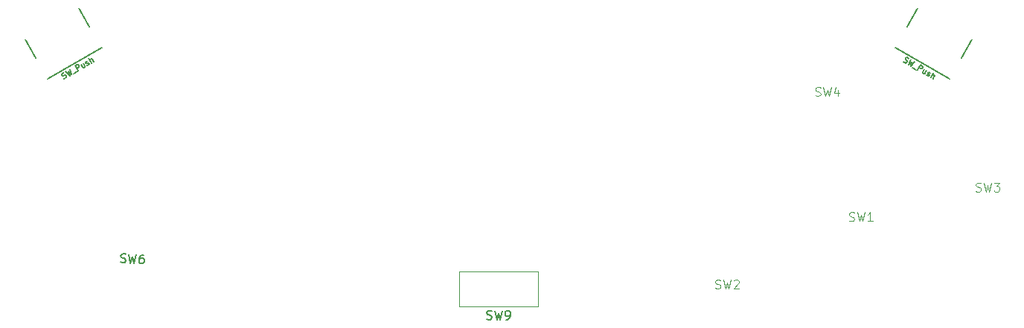
<source format=gbr>
%TF.GenerationSoftware,KiCad,Pcbnew,7.0.6*%
%TF.CreationDate,2023-11-08T16:21:37-08:00*%
%TF.ProjectId,UGC_Main,5547435f-4d61-4696-9e2e-6b696361645f,rev?*%
%TF.SameCoordinates,Original*%
%TF.FileFunction,Legend,Top*%
%TF.FilePolarity,Positive*%
%FSLAX46Y46*%
G04 Gerber Fmt 4.6, Leading zero omitted, Abs format (unit mm)*
G04 Created by KiCad (PCBNEW 7.0.6) date 2023-11-08 16:21:37*
%MOMM*%
%LPD*%
G01*
G04 APERTURE LIST*
%ADD10C,0.100000*%
%ADD11C,0.150000*%
%ADD12C,0.127000*%
%ADD13C,0.120000*%
G04 APERTURE END LIST*
D10*
X243251653Y-129759654D02*
X243394510Y-129807273D01*
X243394510Y-129807273D02*
X243632605Y-129807273D01*
X243632605Y-129807273D02*
X243727843Y-129759654D01*
X243727843Y-129759654D02*
X243775462Y-129712034D01*
X243775462Y-129712034D02*
X243823081Y-129616796D01*
X243823081Y-129616796D02*
X243823081Y-129521558D01*
X243823081Y-129521558D02*
X243775462Y-129426320D01*
X243775462Y-129426320D02*
X243727843Y-129378701D01*
X243727843Y-129378701D02*
X243632605Y-129331082D01*
X243632605Y-129331082D02*
X243442129Y-129283463D01*
X243442129Y-129283463D02*
X243346891Y-129235844D01*
X243346891Y-129235844D02*
X243299272Y-129188225D01*
X243299272Y-129188225D02*
X243251653Y-129092987D01*
X243251653Y-129092987D02*
X243251653Y-128997749D01*
X243251653Y-128997749D02*
X243299272Y-128902511D01*
X243299272Y-128902511D02*
X243346891Y-128854892D01*
X243346891Y-128854892D02*
X243442129Y-128807273D01*
X243442129Y-128807273D02*
X243680224Y-128807273D01*
X243680224Y-128807273D02*
X243823081Y-128854892D01*
X244156415Y-128807273D02*
X244394510Y-129807273D01*
X244394510Y-129807273D02*
X244584986Y-129092987D01*
X244584986Y-129092987D02*
X244775462Y-129807273D01*
X244775462Y-129807273D02*
X245013558Y-128807273D01*
X245346891Y-128902511D02*
X245394510Y-128854892D01*
X245394510Y-128854892D02*
X245489748Y-128807273D01*
X245489748Y-128807273D02*
X245727843Y-128807273D01*
X245727843Y-128807273D02*
X245823081Y-128854892D01*
X245823081Y-128854892D02*
X245870700Y-128902511D01*
X245870700Y-128902511D02*
X245918319Y-128997749D01*
X245918319Y-128997749D02*
X245918319Y-129092987D01*
X245918319Y-129092987D02*
X245870700Y-129235844D01*
X245870700Y-129235844D02*
X245299272Y-129807273D01*
X245299272Y-129807273D02*
X245918319Y-129807273D01*
X258470595Y-122072551D02*
X258613452Y-122120170D01*
X258613452Y-122120170D02*
X258851547Y-122120170D01*
X258851547Y-122120170D02*
X258946785Y-122072551D01*
X258946785Y-122072551D02*
X258994404Y-122024931D01*
X258994404Y-122024931D02*
X259042023Y-121929693D01*
X259042023Y-121929693D02*
X259042023Y-121834455D01*
X259042023Y-121834455D02*
X258994404Y-121739217D01*
X258994404Y-121739217D02*
X258946785Y-121691598D01*
X258946785Y-121691598D02*
X258851547Y-121643979D01*
X258851547Y-121643979D02*
X258661071Y-121596360D01*
X258661071Y-121596360D02*
X258565833Y-121548741D01*
X258565833Y-121548741D02*
X258518214Y-121501122D01*
X258518214Y-121501122D02*
X258470595Y-121405884D01*
X258470595Y-121405884D02*
X258470595Y-121310646D01*
X258470595Y-121310646D02*
X258518214Y-121215408D01*
X258518214Y-121215408D02*
X258565833Y-121167789D01*
X258565833Y-121167789D02*
X258661071Y-121120170D01*
X258661071Y-121120170D02*
X258899166Y-121120170D01*
X258899166Y-121120170D02*
X259042023Y-121167789D01*
X259375357Y-121120170D02*
X259613452Y-122120170D01*
X259613452Y-122120170D02*
X259803928Y-121405884D01*
X259803928Y-121405884D02*
X259994404Y-122120170D01*
X259994404Y-122120170D02*
X260232500Y-121120170D01*
X261137261Y-122120170D02*
X260565833Y-122120170D01*
X260851547Y-122120170D02*
X260851547Y-121120170D01*
X260851547Y-121120170D02*
X260756309Y-121263027D01*
X260756309Y-121263027D02*
X260661071Y-121358265D01*
X260661071Y-121358265D02*
X260565833Y-121405884D01*
X272892030Y-118716199D02*
X273034887Y-118763818D01*
X273034887Y-118763818D02*
X273272982Y-118763818D01*
X273272982Y-118763818D02*
X273368220Y-118716199D01*
X273368220Y-118716199D02*
X273415839Y-118668579D01*
X273415839Y-118668579D02*
X273463458Y-118573341D01*
X273463458Y-118573341D02*
X273463458Y-118478103D01*
X273463458Y-118478103D02*
X273415839Y-118382865D01*
X273415839Y-118382865D02*
X273368220Y-118335246D01*
X273368220Y-118335246D02*
X273272982Y-118287627D01*
X273272982Y-118287627D02*
X273082506Y-118240008D01*
X273082506Y-118240008D02*
X272987268Y-118192389D01*
X272987268Y-118192389D02*
X272939649Y-118144770D01*
X272939649Y-118144770D02*
X272892030Y-118049532D01*
X272892030Y-118049532D02*
X272892030Y-117954294D01*
X272892030Y-117954294D02*
X272939649Y-117859056D01*
X272939649Y-117859056D02*
X272987268Y-117811437D01*
X272987268Y-117811437D02*
X273082506Y-117763818D01*
X273082506Y-117763818D02*
X273320601Y-117763818D01*
X273320601Y-117763818D02*
X273463458Y-117811437D01*
X273796792Y-117763818D02*
X274034887Y-118763818D01*
X274034887Y-118763818D02*
X274225363Y-118049532D01*
X274225363Y-118049532D02*
X274415839Y-118763818D01*
X274415839Y-118763818D02*
X274653935Y-117763818D01*
X274939649Y-117763818D02*
X275558696Y-117763818D01*
X275558696Y-117763818D02*
X275225363Y-118144770D01*
X275225363Y-118144770D02*
X275368220Y-118144770D01*
X275368220Y-118144770D02*
X275463458Y-118192389D01*
X275463458Y-118192389D02*
X275511077Y-118240008D01*
X275511077Y-118240008D02*
X275558696Y-118335246D01*
X275558696Y-118335246D02*
X275558696Y-118573341D01*
X275558696Y-118573341D02*
X275511077Y-118668579D01*
X275511077Y-118668579D02*
X275463458Y-118716199D01*
X275463458Y-118716199D02*
X275368220Y-118763818D01*
X275368220Y-118763818D02*
X275082506Y-118763818D01*
X275082506Y-118763818D02*
X274987268Y-118716199D01*
X274987268Y-118716199D02*
X274939649Y-118668579D01*
D11*
X175577651Y-126784720D02*
X175717820Y-126839751D01*
X175717820Y-126839751D02*
X175955589Y-126852211D01*
X175955589Y-126852211D02*
X176053189Y-126809642D01*
X176053189Y-126809642D02*
X176103235Y-126764580D01*
X176103235Y-126764580D02*
X176155773Y-126671965D01*
X176155773Y-126671965D02*
X176160757Y-126576858D01*
X176160757Y-126576858D02*
X176118188Y-126479258D01*
X176118188Y-126479258D02*
X176073126Y-126429212D01*
X176073126Y-126429212D02*
X175980511Y-126376674D01*
X175980511Y-126376674D02*
X175792788Y-126319151D01*
X175792788Y-126319151D02*
X175700172Y-126266613D01*
X175700172Y-126266613D02*
X175655111Y-126216567D01*
X175655111Y-126216567D02*
X175612541Y-126118967D01*
X175612541Y-126118967D02*
X175617526Y-126023860D01*
X175617526Y-126023860D02*
X175670064Y-125931244D01*
X175670064Y-125931244D02*
X175720110Y-125886183D01*
X175720110Y-125886183D02*
X175817710Y-125843613D01*
X175817710Y-125843613D02*
X176055479Y-125856074D01*
X176055479Y-125856074D02*
X176195648Y-125911104D01*
X176531017Y-125880996D02*
X176716450Y-126892087D01*
X176716450Y-126892087D02*
X176944048Y-126188748D01*
X176944048Y-126188748D02*
X177096880Y-126912024D01*
X177096880Y-126912024D02*
X177386985Y-125925855D01*
X178195399Y-125968223D02*
X178005184Y-125958254D01*
X178005184Y-125958254D02*
X177907584Y-126000823D01*
X177907584Y-126000823D02*
X177857538Y-126045885D01*
X177857538Y-126045885D02*
X177754954Y-126183562D01*
X177754954Y-126183562D02*
X177697431Y-126371285D01*
X177697431Y-126371285D02*
X177677494Y-126751715D01*
X177677494Y-126751715D02*
X177720063Y-126849315D01*
X177720063Y-126849315D02*
X177765125Y-126899361D01*
X177765125Y-126899361D02*
X177857740Y-126951899D01*
X177857740Y-126951899D02*
X178047955Y-126961868D01*
X178047955Y-126961868D02*
X178145555Y-126919298D01*
X178145555Y-126919298D02*
X178195601Y-126874237D01*
X178195601Y-126874237D02*
X178248139Y-126781621D01*
X178248139Y-126781621D02*
X178260600Y-126543852D01*
X178260600Y-126543852D02*
X178218031Y-126446253D01*
X178218031Y-126446253D02*
X178172969Y-126396207D01*
X178172969Y-126396207D02*
X178080354Y-126343669D01*
X178080354Y-126343669D02*
X177890139Y-126333700D01*
X177890139Y-126333700D02*
X177792539Y-126376269D01*
X177792539Y-126376269D02*
X177742493Y-126421331D01*
X177742493Y-126421331D02*
X177689955Y-126513946D01*
X169129680Y-105896433D02*
X169224183Y-105877094D01*
X169224183Y-105877094D02*
X169356269Y-105800835D01*
X169356269Y-105800835D02*
X169393851Y-105743914D01*
X169393851Y-105743914D02*
X169405016Y-105702245D01*
X169405016Y-105702245D02*
X169400929Y-105634159D01*
X169400929Y-105634159D02*
X169370426Y-105581325D01*
X169370426Y-105581325D02*
X169313505Y-105543742D01*
X169313505Y-105543742D02*
X169271836Y-105532577D01*
X169271836Y-105532577D02*
X169203750Y-105536664D01*
X169203750Y-105536664D02*
X169082829Y-105571255D01*
X169082829Y-105571255D02*
X169014743Y-105575341D01*
X169014743Y-105575341D02*
X168973074Y-105564176D01*
X168973074Y-105564176D02*
X168916154Y-105526594D01*
X168916154Y-105526594D02*
X168885650Y-105473760D01*
X168885650Y-105473760D02*
X168881563Y-105405674D01*
X168881563Y-105405674D02*
X168892728Y-105364005D01*
X168892728Y-105364005D02*
X168930310Y-105307084D01*
X168930310Y-105307084D02*
X169062396Y-105230824D01*
X169062396Y-105230824D02*
X169156899Y-105211486D01*
X169326566Y-105078305D02*
X169778942Y-105556804D01*
X169778942Y-105556804D02*
X169655831Y-105099541D01*
X169655831Y-105099541D02*
X169990278Y-105434789D01*
X169990278Y-105434789D02*
X169802074Y-104803771D01*
X170232118Y-105365608D02*
X170654791Y-105121578D01*
X170756373Y-104992484D02*
X170436083Y-104437726D01*
X170436083Y-104437726D02*
X170647420Y-104315710D01*
X170647420Y-104315710D02*
X170715506Y-104311624D01*
X170715506Y-104311624D02*
X170757175Y-104322789D01*
X170757175Y-104322789D02*
X170814096Y-104360371D01*
X170814096Y-104360371D02*
X170859851Y-104439622D01*
X170859851Y-104439622D02*
X170863938Y-104507708D01*
X170863938Y-104507708D02*
X170852773Y-104549377D01*
X170852773Y-104549377D02*
X170815191Y-104606298D01*
X170815191Y-104606298D02*
X170603854Y-104728313D01*
X171335359Y-104165088D02*
X171548885Y-104534927D01*
X171097605Y-104302355D02*
X171265376Y-104592943D01*
X171265376Y-104592943D02*
X171322297Y-104630525D01*
X171322297Y-104630525D02*
X171390383Y-104626438D01*
X171390383Y-104626438D02*
X171469634Y-104580683D01*
X171469634Y-104580683D02*
X171507216Y-104523762D01*
X171507216Y-104523762D02*
X171518382Y-104482093D01*
X171771387Y-104371243D02*
X171839473Y-104367156D01*
X171839473Y-104367156D02*
X171945141Y-104306149D01*
X171945141Y-104306149D02*
X171982723Y-104249228D01*
X171982723Y-104249228D02*
X171978637Y-104181142D01*
X171978637Y-104181142D02*
X171963385Y-104154725D01*
X171963385Y-104154725D02*
X171906464Y-104117142D01*
X171906464Y-104117142D02*
X171838378Y-104121229D01*
X171838378Y-104121229D02*
X171759127Y-104166985D01*
X171759127Y-104166985D02*
X171691040Y-104171072D01*
X171691040Y-104171072D02*
X171634120Y-104133489D01*
X171634120Y-104133489D02*
X171618868Y-104107072D01*
X171618868Y-104107072D02*
X171614781Y-104038986D01*
X171614781Y-104038986D02*
X171652363Y-103982065D01*
X171652363Y-103982065D02*
X171731614Y-103936310D01*
X171731614Y-103936310D02*
X171799700Y-103932223D01*
X172262146Y-104123126D02*
X171941856Y-103568367D01*
X172499900Y-103985858D02*
X172332129Y-103695271D01*
X172332129Y-103695271D02*
X172275208Y-103657688D01*
X172275208Y-103657688D02*
X172207122Y-103661775D01*
X172207122Y-103661775D02*
X172127871Y-103707531D01*
X172127871Y-103707531D02*
X172090288Y-103764452D01*
X172090288Y-103764452D02*
X172079123Y-103806121D01*
X264649690Y-103964945D02*
X264713689Y-104037118D01*
X264713689Y-104037118D02*
X264845775Y-104113377D01*
X264845775Y-104113377D02*
X264913861Y-104117464D01*
X264913861Y-104117464D02*
X264955530Y-104106299D01*
X264955530Y-104106299D02*
X265012451Y-104068717D01*
X265012451Y-104068717D02*
X265042955Y-104015883D01*
X265042955Y-104015883D02*
X265047041Y-103947797D01*
X265047041Y-103947797D02*
X265035876Y-103906128D01*
X265035876Y-103906128D02*
X264998294Y-103849207D01*
X264998294Y-103849207D02*
X264907878Y-103761782D01*
X264907878Y-103761782D02*
X264870295Y-103704861D01*
X264870295Y-103704861D02*
X264859130Y-103663192D01*
X264859130Y-103663192D02*
X264863217Y-103595106D01*
X264863217Y-103595106D02*
X264893721Y-103542272D01*
X264893721Y-103542272D02*
X264950642Y-103504690D01*
X264950642Y-103504690D02*
X264992311Y-103493525D01*
X264992311Y-103493525D02*
X265060397Y-103497611D01*
X265060397Y-103497611D02*
X265192482Y-103573871D01*
X265192482Y-103573871D02*
X265256481Y-103646044D01*
X265456653Y-103726390D02*
X265268448Y-104357408D01*
X265268448Y-104357408D02*
X265602895Y-104022159D01*
X265602895Y-104022159D02*
X265479784Y-104479423D01*
X265479784Y-104479423D02*
X265932160Y-104000924D01*
X265660617Y-104654272D02*
X266083290Y-104898303D01*
X266245879Y-104921728D02*
X266566169Y-104366970D01*
X266566169Y-104366970D02*
X266777506Y-104488985D01*
X266777506Y-104488985D02*
X266815088Y-104545906D01*
X266815088Y-104545906D02*
X266826253Y-104587575D01*
X266826253Y-104587575D02*
X266822167Y-104655661D01*
X266822167Y-104655661D02*
X266776411Y-104734912D01*
X266776411Y-104734912D02*
X266719490Y-104772494D01*
X266719490Y-104772494D02*
X266677821Y-104783659D01*
X266677821Y-104783659D02*
X266609735Y-104779573D01*
X266609735Y-104779573D02*
X266398398Y-104657557D01*
X267251918Y-105009446D02*
X267038392Y-105379285D01*
X267014165Y-104872179D02*
X266846394Y-105162767D01*
X266846394Y-105162767D02*
X266842307Y-105230853D01*
X266842307Y-105230853D02*
X266879889Y-105287774D01*
X266879889Y-105287774D02*
X266959140Y-105333530D01*
X266959140Y-105333530D02*
X267027226Y-105337616D01*
X267027226Y-105337616D02*
X267068895Y-105326451D01*
X267291397Y-105490135D02*
X267328979Y-105547056D01*
X267328979Y-105547056D02*
X267434647Y-105608064D01*
X267434647Y-105608064D02*
X267502733Y-105612150D01*
X267502733Y-105612150D02*
X267559654Y-105574568D01*
X267559654Y-105574568D02*
X267574906Y-105548151D01*
X267574906Y-105548151D02*
X267578993Y-105480065D01*
X267578993Y-105480065D02*
X267541411Y-105423144D01*
X267541411Y-105423144D02*
X267462159Y-105377388D01*
X267462159Y-105377388D02*
X267424577Y-105320468D01*
X267424577Y-105320468D02*
X267428664Y-105252382D01*
X267428664Y-105252382D02*
X267443916Y-105225964D01*
X267443916Y-105225964D02*
X267500837Y-105188382D01*
X267500837Y-105188382D02*
X267568923Y-105192469D01*
X267568923Y-105192469D02*
X267648174Y-105238225D01*
X267648174Y-105238225D02*
X267685756Y-105295146D01*
X267751652Y-105791087D02*
X268071942Y-105236328D01*
X267989406Y-105928354D02*
X268157177Y-105637766D01*
X268157177Y-105637766D02*
X268161264Y-105569680D01*
X268161264Y-105569680D02*
X268123681Y-105512759D01*
X268123681Y-105512759D02*
X268044430Y-105467003D01*
X268044430Y-105467003D02*
X267976344Y-105462917D01*
X267976344Y-105462917D02*
X267934675Y-105474082D01*
D10*
X254636945Y-107834823D02*
X254779802Y-107882442D01*
X254779802Y-107882442D02*
X255017897Y-107882442D01*
X255017897Y-107882442D02*
X255113135Y-107834823D01*
X255113135Y-107834823D02*
X255160754Y-107787203D01*
X255160754Y-107787203D02*
X255208373Y-107691965D01*
X255208373Y-107691965D02*
X255208373Y-107596727D01*
X255208373Y-107596727D02*
X255160754Y-107501489D01*
X255160754Y-107501489D02*
X255113135Y-107453870D01*
X255113135Y-107453870D02*
X255017897Y-107406251D01*
X255017897Y-107406251D02*
X254827421Y-107358632D01*
X254827421Y-107358632D02*
X254732183Y-107311013D01*
X254732183Y-107311013D02*
X254684564Y-107263394D01*
X254684564Y-107263394D02*
X254636945Y-107168156D01*
X254636945Y-107168156D02*
X254636945Y-107072918D01*
X254636945Y-107072918D02*
X254684564Y-106977680D01*
X254684564Y-106977680D02*
X254732183Y-106930061D01*
X254732183Y-106930061D02*
X254827421Y-106882442D01*
X254827421Y-106882442D02*
X255065516Y-106882442D01*
X255065516Y-106882442D02*
X255208373Y-106930061D01*
X255541707Y-106882442D02*
X255779802Y-107882442D01*
X255779802Y-107882442D02*
X255970278Y-107168156D01*
X255970278Y-107168156D02*
X256160754Y-107882442D01*
X256160754Y-107882442D02*
X256398850Y-106882442D01*
X257208373Y-107215775D02*
X257208373Y-107882442D01*
X256970278Y-106834823D02*
X256732183Y-107549108D01*
X256732183Y-107549108D02*
X257351230Y-107549108D01*
D11*
X217237091Y-133285380D02*
X217379948Y-133332999D01*
X217379948Y-133332999D02*
X217618043Y-133332999D01*
X217618043Y-133332999D02*
X217713281Y-133285380D01*
X217713281Y-133285380D02*
X217760900Y-133237760D01*
X217760900Y-133237760D02*
X217808519Y-133142522D01*
X217808519Y-133142522D02*
X217808519Y-133047284D01*
X217808519Y-133047284D02*
X217760900Y-132952046D01*
X217760900Y-132952046D02*
X217713281Y-132904427D01*
X217713281Y-132904427D02*
X217618043Y-132856808D01*
X217618043Y-132856808D02*
X217427567Y-132809189D01*
X217427567Y-132809189D02*
X217332329Y-132761570D01*
X217332329Y-132761570D02*
X217284710Y-132713951D01*
X217284710Y-132713951D02*
X217237091Y-132618713D01*
X217237091Y-132618713D02*
X217237091Y-132523475D01*
X217237091Y-132523475D02*
X217284710Y-132428237D01*
X217284710Y-132428237D02*
X217332329Y-132380618D01*
X217332329Y-132380618D02*
X217427567Y-132332999D01*
X217427567Y-132332999D02*
X217665662Y-132332999D01*
X217665662Y-132332999D02*
X217808519Y-132380618D01*
X218141853Y-132332999D02*
X218379948Y-133332999D01*
X218379948Y-133332999D02*
X218570424Y-132618713D01*
X218570424Y-132618713D02*
X218760900Y-133332999D01*
X218760900Y-133332999D02*
X218998996Y-132332999D01*
X219427567Y-133332999D02*
X219618043Y-133332999D01*
X219618043Y-133332999D02*
X219713281Y-133285380D01*
X219713281Y-133285380D02*
X219760900Y-133237760D01*
X219760900Y-133237760D02*
X219856138Y-133094903D01*
X219856138Y-133094903D02*
X219903757Y-132904427D01*
X219903757Y-132904427D02*
X219903757Y-132523475D01*
X219903757Y-132523475D02*
X219856138Y-132428237D01*
X219856138Y-132428237D02*
X219808519Y-132380618D01*
X219808519Y-132380618D02*
X219713281Y-132332999D01*
X219713281Y-132332999D02*
X219522805Y-132332999D01*
X219522805Y-132332999D02*
X219427567Y-132380618D01*
X219427567Y-132380618D02*
X219379948Y-132428237D01*
X219379948Y-132428237D02*
X219332329Y-132523475D01*
X219332329Y-132523475D02*
X219332329Y-132761570D01*
X219332329Y-132761570D02*
X219379948Y-132856808D01*
X219379948Y-132856808D02*
X219427567Y-132904427D01*
X219427567Y-132904427D02*
X219522805Y-132952046D01*
X219522805Y-132952046D02*
X219713281Y-132952046D01*
X219713281Y-132952046D02*
X219808519Y-132904427D01*
X219808519Y-132904427D02*
X219856138Y-132856808D01*
X219856138Y-132856808D02*
X219903757Y-132761570D01*
D12*
%TO.C,SW7*%
X164697240Y-101466245D02*
X165898740Y-103547304D01*
X167262240Y-105908955D02*
X173419680Y-102353955D01*
X172059546Y-99996134D02*
X170854680Y-97911245D01*
%TO.C,SW8*%
X266270126Y-97911245D02*
X265068626Y-99992304D01*
X263705126Y-102353955D02*
X269862566Y-105908955D01*
X271224432Y-103552134D02*
X272427566Y-101466245D01*
D13*
%TO.C,SW9*%
X214062403Y-127853597D02*
X214062403Y-131853597D01*
X214062403Y-127853597D02*
X223062403Y-127853597D01*
X214062403Y-131853597D02*
X223062403Y-131853597D01*
X223062403Y-127853597D02*
X223062403Y-131853597D01*
%TD*%
M02*

</source>
